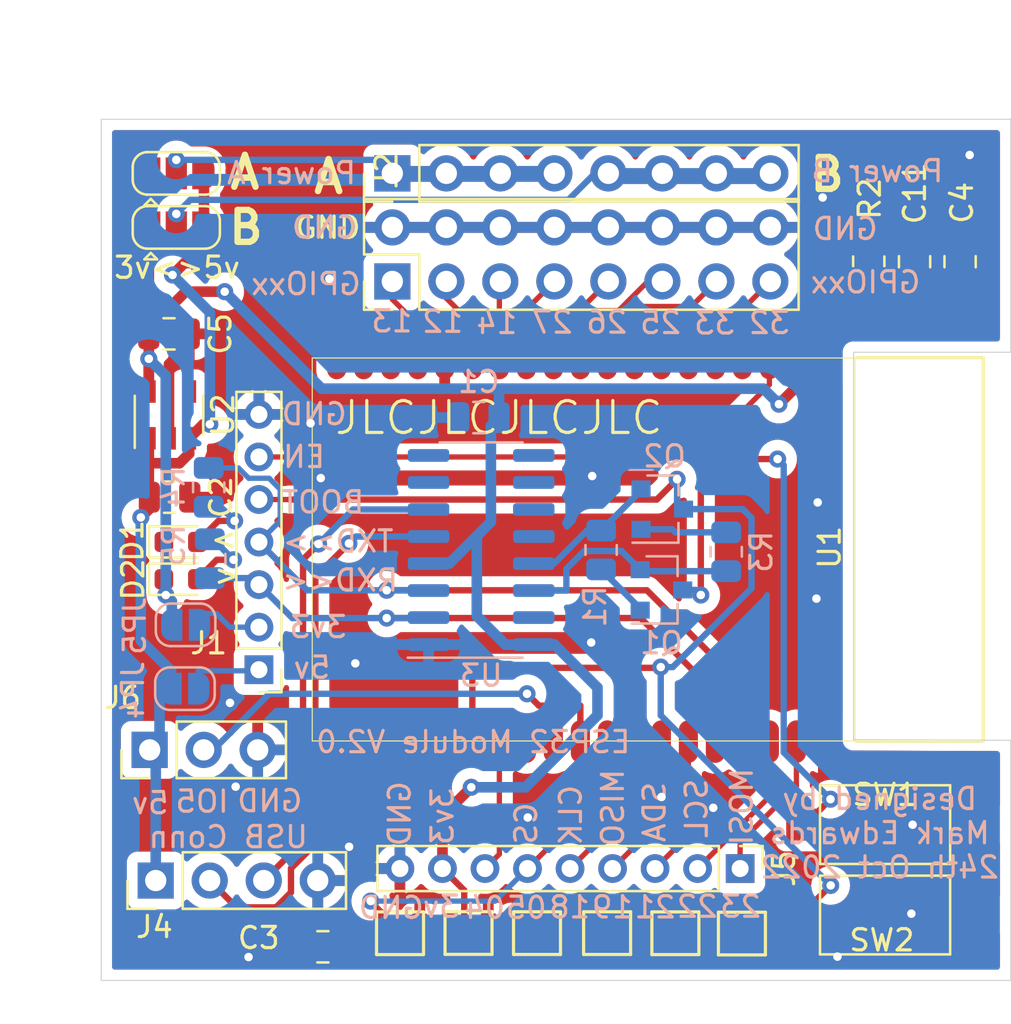
<source format=kicad_pcb>
(kicad_pcb (version 20211014) (generator pcbnew)
  (layers (0 "F.Cu" signal) (31 "B.Cu" signal) (34 "B.Paste" user) (35 "F.Paste" user) (36 "B.SilkS" user "B.Silkscreen") (37 "F.SilkS" user "F.Silkscreen") (38 "B.Mask" user) (39 "F.Mask" user) (44 "Edge.Cuts" user))
  (net 0 "")
  (net 1 "GND")
  (net 2 "Net-(U1-Pad32)")
  (net 3 "Net-(U1-Pad22)")
  (net 4 "Net-(U1-Pad21)")
  (net 5 "Net-(U1-Pad20)")
  (net 6 "Net-(U1-Pad19)")
  (net 7 "Net-(U1-Pad18)")
  (net 8 "Net-(U1-Pad17)")
  (net 9 "Net-(U1-Pad5)")
  (net 10 "Net-(U1-Pad4)")
  (net 11 "+3V3")
  (net 12 "/ESP_EN")
  (net 13 "/BOOT")
  (net 14 "/ESP_TXD")
  (net 15 "/ESP_RXD")
  (net 16 "/FT_RTS")
  (net 17 "/FT_DTR")
  (net 18 "Net-(D6-Pad2)")
  (net 19 "Net-(D7-Pad2)")
  (net 20 "VBUS")
  (net 21 "Net-(U2-Pad4)")
  (net 22 "Net-(U1-Pad6)")
  (net 23 "Net-(U1-Pad7)")
  (net 24 "Net-(U1-Pad24)")
  (net 25 "Net-(U1-Pad27)")
  (net 26 "Net-(U1-Pad28)")
  (net 27 "Net-(J3-Pad5)")
  (net 28 "Net-(J3-Pad1)")
  (net 29 "Net-(U1-Pad23)")
  (net 30 "/IO13")
  (net 31 "/IO12")
  (net 32 "/IO14")
  (net 33 "/IO27")
  (net 34 "/IO26")
  (net 35 "/IO25")
  (net 36 "/IO33")
  (net 37 "/IO32")
  (net 38 "/IO23")
  (net 39 "/IO22")
  (net 40 "/IO21")
  (net 41 "/IO19")
  (net 42 "/IO18")
  (net 43 "/IO5")
  (net 44 "/IO4")
  (net 45 "Net-(J1-Pad2)")
  (net 46 "Net-(J1-Pad1)")
  (net 47 "Net-(U3-Pad15)")
  (net 48 "Net-(U3-Pad12)")
  (net 49 "Net-(U3-Pad11)")
  (net 50 "Net-(U3-Pad10)")
  (net 51 "Net-(U3-Pad9)")
  (net 52 "Net-(U3-Pad8)")
  (net 53 "Net-(U3-Pad7)")
  (net 54 "Net-(Q1-Pad2)")
  (net 55 "Net-(Q2-Pad2)")
  (net 56 "/D-")
  (net 57 "/D+")
  (net 58 "Net-(D1-Pad2)")
  (net 59 "Net-(D2-Pad2)")
  (net 60 "Net-(D3-Pad2)")
  (net 61 "Net-(D4-Pad2)")
  (net 62 "Net-(D5-Pad2)")
  (net 63 "Net-(D8-Pad2)")
  (footprint "Capacitor_SMD:C_0805_2012Metric" (layer "F.Cu") (at 58.2168 21.9329 -90)
    (fp_text reference "C11")
    (fp_text value "10uF")
  )
  (footprint "Capacitor_SMD:C_0805_2012Metric" (layer "F.Cu") (at 23.18004 33 180)
    (fp_text reference "C2")
    (fp_text value "1uF")
  )
  (footprint "Capacitor_SMD:C_0805_2012Metric" (layer "F.Cu") (at 23.1521 25.3238 180)
    (fp_text reference "C5")
    (fp_text value "1uF")
  )
  (footprint "Package_TO_SOT_SMD:SOT-23-5" (layer "F.Cu") (at 23.1521 29.1338 90)
    (fp_text reference "U2")
    (fp_text value "AP2112K-3.3")
  )
  (footprint "esp-wrover:ESP32-WROVER-smallfeet" (layer "F.Cu") (at 54.8386 35.4584 -90)
    (fp_text reference "U1")
    (fp_text value "ESP32-WROVER" hide)
  )
  (footprint "Connector_PinHeader_2.54mm:PinHeader_2x08_P2.54mm_Vertical" (layer "F.Cu") (at 33.655 22.86 90)
    (fp_text reference "J2")
    (fp_text value "Conn_02x08_Counter_Clockwise")
  )
  (footprint "Connector_PinHeader_2.54mm:PinHeader_1x08_P2.54mm_Vertical" (layer "F.Cu") (at 33.655 17.78 90)
    (fp_text reference "J3" hide)
    (fp_text value "Conn_01x08_Male")
  )
  (footprint "Jumper:SolderJumper-3_P1.3mm_Open_RoundedPad1.0x1.5mm" (layer "F.Cu") (at 23.495 20.32)
    (fp_text reference "JP1" hide)
    (fp_text value "SolderJumper_3_Open")
  )
  (footprint "Jumper:SolderJumper-3_P1.3mm_Open_RoundedPad1.0x1.5mm" (layer "F.Cu") (at 23.495 17.78)
    (fp_text reference "JP2" hide)
    (fp_text value "SolderJumper_3_Open")
  )
  (footprint "Connector_PinHeader_2.54mm:PinHeader_1x03_P2.54mm_Vertical" (layer "F.Cu") (at 22.24278 44.87672 90)
    (fp_text reference "J6")
    (fp_text value "Conn_01x03_Male")
  )
  (footprint "Connector_PinHeader_2.00mm:PinHeader_1x07_P2.00mm_Vertical" (layer "F.Cu") (at 27.3812 41.1099 180)
    (fp_text reference "J1")
    (fp_text value "Conn_01x07")
  )
  (footprint "Capacitor_SMD:C_0805_2012Metric" (layer "F.Cu") (at 60.35802 21.9329 -90)
    (fp_text reference "C4")
    (fp_text value "1uF")
  )
  (footprint "Button_Switch_SMD:SW_SPST_CK_RS282G05A3" (layer "F.Cu") (at 56.82996 48.38954)
    (fp_text reference "SW1")
    (fp_text value "SW_Push")
  )
  (footprint "Button_Switch_SMD:SW_SPST_CK_RS282G05A3" (layer "F.Cu") (at 56.82996 52.63896)
    (fp_text reference "SW2")
    (fp_text value "SW_Push")
  )
  (footprint "Resistor_SMD:R_0805_2012Metric" (layer "F.Cu") (at 56.06288 21.91258 90)
    (fp_text reference "R2")
    (fp_text value "10k")
  )
  (footprint "LED_SMD:LED_0603_1608Metric" (layer "F.Cu") (at 23.6982 35.1028)
    (fp_text reference "D1")
    (fp_text value "LED")
  )
  (footprint "LED_SMD:LED_0603_1608Metric" (layer "F.Cu") (at 23.6983 36.8554)
    (fp_text reference "D2")
    (fp_text value "LED")
  )
  (footprint "Connector_PinHeader_2.54mm:PinHeader_1x04_P2.54mm_Vertical" (layer "F.Cu") (at 22.52726 51.01844 90)
    (fp_text reference "J4")
    (fp_text value "Conn_01x04_Male")
  )
  (footprint "Connector_PinHeader_2.00mm:PinHeader_1x09_P2.00mm_Vertical" (layer "F.Cu") (at 50.0126 50.45456 -90)
    (fp_text reference "J5")
    (fp_text value "Conn_01x09_Male")
  )
  (footprint "MyLib:WS2812_2020" (layer "F.Cu") (at 34.03092 53.48224)
    (fp_text reference "D3" hide)
    (fp_text value "WS2812B")
  )
  (footprint "MyLib:WS2812_2020" (layer "F.Cu") (at 37.25164 53.47208)
    (fp_text reference "D4" hide)
    (fp_text value "WS2812B")
  )
  (footprint "MyLib:WS2812_2020" (layer "F.Cu") (at 40.47236 53.47716)
    (fp_text reference "D5" hide)
    (fp_text value "WS2812B")
  )
  (footprint "MyLib:WS2812_2020" (layer "F.Cu") (at 43.76928 53.47716)
    (fp_text reference "D6" hide)
    (fp_text value "WS2812B")
  )
  (footprint "MyLib:WS2812_2020" (layer "F.Cu") (at 46.97984 53.48224)
    (fp_text reference "D7" hide)
    (fp_text value "WS2812B")
  )
  (footprint "MyLib:WS2812_2020" (layer "F.Cu") (at 50.10912 53.49748)
    (fp_text reference "D8" hide)
    (fp_text value "WS2812B")
  )
  (footprint "Capacitor_SMD:C_0805_2012Metric" (layer "F.Cu") (at 30.38856 54.13248)
    (fp_text reference "C3")
    (fp_text value "10uF")
  )
  (footprint "Jumper:SolderJumper-2_P1.3mm_Open_RoundedPad1.0x1.5mm" (layer "B.Cu") (at 23.9014 42)
    (fp_text reference "JP4")
    (fp_text value "SolderJumper_2_Open")
  )
  (footprint "Jumper:SolderJumper-2_P1.3mm_Open_RoundedPad1.0x1.5mm" (layer "B.Cu") (at 23.93188 39)
    (fp_text reference "JP5")
    (fp_text value "SolderJumper_2_Open")
  )
  (footprint "Package_SO:SOIC-16_3.9x9.9mm_P1.27mm" (layer "B.Cu") (at 37.8333 35.4838)
    (fp_text reference "U3")
    (fp_text value "CH340G")
  )
  (footprint "MyLib:SOT-23-1and2-swapped" (layer "B.Cu") (at 46.31182 37.35832)
    (fp_text reference "Q1")
    (fp_text value "S8050")
  )
  (footprint "MyLib:SOT-23-1and2-swapped" (layer "B.Cu") (at 46.35246 33.56102)
    (fp_text reference "Q2")
    (fp_text value "S8050")
  )
  (footprint "Resistor_SMD:R_0805_2012Metric" (layer "B.Cu") (at 43.47464 35.48126 -90)
    (fp_text reference "R1")
    (fp_text value "10k")
  )
  (footprint "Resistor_SMD:R_0805_2012Metric" (layer "B.Cu") (at 49.35728 35.56508 90)
    (fp_text reference "R3")
    (fp_text value "10k")
  )
  (footprint "Capacitor_SMD:C_0805_2012Metric" (layer "B.Cu") (at 37.72408 29.25826 180)
    (fp_text reference "C1")
    (fp_text value "10uF")
  )
  (footprint "Resistor_SMD:R_0805_2012Metric" (layer "B.Cu") (at 25.019 32.5374 -90)
    (fp_text reference "R4")
    (fp_text value "10k")
  )
  (footprint "Resistor_SMD:R_0805_2012Metric" (layer "B.Cu") (at 25.0698 35.8902 90)
    (fp_text reference "R5")
    (fp_text value "10k")
  )
  (gr_line (start 19.9644 55.7149) (end 19.9644 15.24) (layer "Edge.Cuts") (width 0.05))
  (gr_line (start 62.738 44.4246) (end 62.738 55.7149) (layer "Edge.Cuts") (width 0.05))
  (gr_line (start 62.1284 44.4246) (end 62.738 44.4246) (layer "Edge.Cuts") (width 0.05))
  (gr_line (start 62.738 15.24) (end 62.738 26.1874) (layer "Edge.Cuts") (width 0.05))
  (gr_line (start 19.9644 15.24) (end 62.738 15.24) (layer "Edge.Cuts") (width 0.05))
  (gr_line (start 55.3466 26.1874) (end 55.3466 44.3992) (layer "Edge.Cuts") (width 0.05))
  (gr_line (start 62.738 26.1874) (end 55.3466 26.1874) (layer "Edge.Cuts") (width 0.05))
  (gr_line (start 62.738 55.7149) (end 19.9644 55.7149) (layer "Edge.Cuts") (width 0.05))
  (gr_line (start 55.3466 44.3992) (end 62.1284 44.4246) (layer "Edge.Cuts") (width 0.05))
  (gr_text "23" (at 50.03292 52.24272) (layer "B.SilkS") (effects (font (size 1 1)) (justify mirror)))
  (gr_text "MOSI" (at 50.0888 47.54372 90) (layer "B.SilkS") (effects (font (size 1 1)) (justify mirror)))
  (gr_text "33" (at 48.81372 24.8285) (layer "B.SilkS") (effects (font (size 1 1)) (justify mirror)))
  (gr_text "GND" (at 34.00044 47.879 90) (layer "B.SilkS") (effects (font (size 1 1)) (justify mirror)))
  (gr_text "Power A" (at 28.91282 17.7673) (layer "B.SilkS") (effects (font (size 1 1)) (justify mirror)))
  (gr_text "GND" (at 30.46222 20.32254) (layer "B.SilkS") (effects (font (size 1 1)) (justify mirror)))
  (gr_text "TXD>>" (at 31.10484 35.0774) (layer "B.SilkS") (effects (font (size 1 1)) (justify mirror)))
  (gr_text "25" (at 46.26864 24.80818) (layer "B.SilkS") (effects (font (size 1 1)) (justify mirror)))
  (gr_text "CLK" (at 42.04716 47.93996 90) (layer "B.SilkS") (effects (font (size 1 1)) (justify mirror)))
  (gr_text "GPIOxx" (at 55.91556 22.8981) (layer "B.SilkS") (effects (font (size 1 1)) (justify mirror)))
  (gr_text "Power B" (at 56.4642 17.67332) (layer "B.SilkS") (effects (font (size 1 1)) (justify mirror)))
  (gr_text "GND" (at 33.6042 52.2986) (layer "B.SilkS") (effects (font (size 1 1)) (justify mirror)))
  (gr_text "19" (at 44.00296 52.2732) (layer "B.SilkS") (effects (font (size 1 1)) (justify mirror)))
  (gr_text "32" (at 51.38166 24.80818) (layer "B.SilkS") (effects (font (size 1 1)) (justify mirror)))
  (gr_text "GND" (at 27.89428 47.27956) (layer "B.SilkS") (effects (font (size 1 1)) (justify mirror)))
  (gr_text "GND" (at 29.98216 29.0957) (layer "B.SilkS") (effects (font (size 1 1)) (justify mirror)))
  (gr_text "BOOT" (at 30.39364 33.23844) (layer "B.SilkS") (effects (font (size 1 1)) (justify mirror)))
  (gr_text "IO5" (at 24.70658 47.30496) (layer "B.SilkS") (effects (font (size 1 1)) (justify mirror)))
  (gr_text "GPIOxx" (at 29.59608 22.97938) (layer "B.SilkS") (effects (font (size 1 1)) (justify mirror)))
  (gr_text "3v" (at 35.95624 52.24272) (layer "B.SilkS") (effects (font (size 1 1)) (justify mirror)))
  (gr_text "05" (at 39.94912 52.2986) (layer "B.SilkS") (effects (font (size 1 1)) (justify mirror)))
  (gr_text "14" (at 38.56736 24.80818) (layer "B.SilkS") (effects (font (size 1 1)) (justify mirror)))
  (gr_text "5v" (at 29.87294 41.0083) (layer "B.SilkS") (effects (font (size 1 1)) (justify mirror)))
  (gr_text "13" (at 33.63468 24.72944) (layer "B.SilkS") (effects (font (size 1 1)) (justify mirror)))
  (gr_text "27" (at 41.1734 24.78786) (layer "B.SilkS") (effects (font (size 1 1)) (justify mirror)))
  (gr_text "21" (at 46.00956 52.2732) (layer "B.SilkS") (effects (font (size 1 1)) (justify mirror)))
  (gr_text "Designed by\nMark Edwards\n24th Oct 2022" (at 56.57596 48.78832) (layer "B.SilkS") (effects (font (size 1 1)) (justify mirror)))
  (gr_text "3v3" (at 30.1625 39.10076) (layer "B.SilkS") (effects (font (size 1 1)) (justify mirror)))
  (gr_text "04" (at 37.9984 52.2986) (layer "B.SilkS") (effects (font (size 1 1)) (justify mirror)))
  (gr_text "ESP32 Module V2.0" (at 37.45992 44.50842) (layer "B.SilkS") (effects (font (size 1 1)) (justify mirror)))
  (gr_text "3v3" (at 36.01212 47.99584 90) (layer "B.SilkS") (effects (font (size 1 1)) (justify mirror)))
  (gr_text "RXD<<" (at 31.20136 36.91128) (layer "B.SilkS") (effects (font (size 1 1)) (justify mirror)))
  (gr_text "USB Conn" (at 25.93848 48.9712) (layer "B.SilkS") (effects (font (size 1 1)) (justify mirror)))
  (gr_text "SCL" (at 47.96536 47.625 90) (layer "B.SilkS") (effects (font (size 1 1)) (justify mirror)))
  (gr_text "SDA" (at 45.98416 47.79772 90) (layer "B.SilkS") (effects (font (size 1 1)) (justify mirror)))
  (gr_text "EN" (at 29.5021 31.1023) (layer "B.SilkS") (effects (font (size 1 1)) (justify mirror)))
  (gr_text "5v" (at 22.26818 47.37608) (layer "B.SilkS") (effects (font (size 1 1)) (justify mirror)))
  (gr_text "MISO" (at 44.02836 47.5996 90) (layer "B.SilkS") (effects (font (size 1 1)) (justify mirror)))
  (gr_text "18" (at 41.99128 52.2732) (layer "B.SilkS") (effects (font (size 1 1)) (justify mirror)))
  (gr_text "CS" (at 39.94912 48.3362 90) (layer "B.SilkS") (effects (font (size 1 1)) (justify mirror)))
  (gr_text "12" (at 36.02228 24.74976) (layer "B.SilkS") (effects (font (size 1 1)) (justify mirror)))
  (gr_text "26" (at 43.74134 24.78786) (layer "B.SilkS") (effects (font (size 1 1)) (justify mirror)))
  (gr_text "GND" (at 54.9529 20.38858) (layer "B.SilkS") (effects (font (size 1 1)) (justify mirror)))
  (gr_text "22" (at 47.99584 52.24272) (layer "B.SilkS") (effects (font (size 1 1)) (justify mirror)))
  (gr_text "A" (at 30.6578 17.9324) (layer "F.SilkS") (effects (font (size 1.5 1.5) (thickness 0.3))))
  (gr_text "B" (at 54.102 17.8308) (layer "F.SilkS") (effects (font (size 1.5 1.5) (thickness 0.3))))
  (gr_text "B" (at 26.7716 20.32) (layer "F.SilkS") (effects (font (size 1.5 1.5) (thickness 0.3))))
  (gr_text "3v<>5v" (at 23.53056 22.2123) (layer "F.SilkS") (effects (font (size 1 1))))
  (gr_text ">" (at 25.8953 36.6395) (layer "F.SilkS") (effects (font (size 1 1))))
  (gr_text "A" (at 26.7208 17.7292) (layer "F.SilkS") (effects (font (size 1.5 1.5) (thickness 0.3))))
  (gr_text "JLCJLCJLCJLC" (at 38.66896 29.27096) (layer "F.SilkS") (effects (font (size 1.5 1.5))))
  (gr_text "GND" (at 30.62986 20.3327) (layer "F.SilkS") (effects (font (size 1 1))))
  (gr_text "<" (at 25.7429 34.9504) (layer "F.SilkS") (effects (font (size 1 1))))
  (segment (start 24.1021 25.7962) (end 24.1021 25.3238) (width 0.5) (layer "F.Cu") (net 1))
  (segment (start 23.1521 30.2338) (end 23.1521 26.7462) (width 0.5) (layer "F.Cu") (net 1))
  (segment (start 23.1521 26.7462) (end 24.1021 25.7962) (width 0.5) (layer "F.Cu") (net 1))
  (via (at 31.623 49.43094) (size 0.8) (drill 0.4) (layers "F.Cu" "B.Cu") (net 1))
  (via (at 53.66004 33.24606) (size 0.8) (drill 0.4) (layers "F.Cu" "B.Cu") (net 1))
  (via (at 31.9151 40.81018) (size 0.8) (drill 0.4) (layers "F.Cu" "B.Cu") (net 1))
  (via (at 54.58968 54.59476) (size 0.8) (drill 0.4) (layers "F.Cu" "B.Cu") (net 1))
  (via (at 58.06694 52.57546) (size 0.8) (drill 0.4) (layers "F.Cu" "B.Cu") (net 1))
  (via (at 26.28646 46.60646) (size 0.8) (drill 0.4) (layers "F.Cu" "B.Cu") (net 1))
  (via (at 26.01976 42.66692) (size 0.8) (drill 0.4) (layers "F.Cu" "B.Cu") (net 1))
  (via (at 30.2895 32.10306) (size 0.8) (drill 0.4) (layers "F.Cu" "B.Cu") (net 1))
  (via (at 60.8076 16.9164) (size 0.8) (drill 0.4) (layers "F.Cu" "B.Cu") (net 1))
  (via (at 43.05554 32.00654) (size 0.8) (drill 0.4) (layers "F.Cu" "B.Cu") (net 1))
  (via (at 58.12536 48.39462) (size 0.8) (drill 0.4) (layers "F.Cu" "B.Cu") (net 1))
  (via (at 43.00982 39.82974) (size 0.8) (drill 0.4) (layers "F.Cu" "B.Cu") (net 1))
  (via (at 26.89352 54.61508) (size 0.8) (drill 0.4) (layers "F.Cu" "B.Cu") (net 1))
  (via (at 46.31436 47.0916) (size 0.8) (drill 0.4) (layers "F.Cu" "B.Cu") (net 1))
  (via (at 53.60162 37.76726) (size 0.8) (drill 0.4) (layers "F.Cu" "B.Cu") (net 1))
  (via (at 48.74768 47.5996) (size 0.8) (drill 0.4) (layers "F.Cu" "B.Cu") (net 1))
  (via (at 29.80944 29.52496) (size 0.8) (drill 0.4) (layers "F.Cu" "B.Cu") (net 1))
  (via (at 30.6959 22.733) (size 0.8) (drill 0.4) (layers "F.Cu" "B.Cu") (net 1))
  (via (at 53.89372 18.91538) (size 0.8) (drill 0.4) (layers "F.Cu" "B.Cu") (net 1))
  (via (at 40.02532 48.0568) (size 0.8) (drill 0.4) (layers "F.Cu" "B.Cu") (net 1))
  (segment (start 37.037241 51.479201) (end 36.0126 50.45456) (width 0.3) (layer "F.Cu") (net 11))
  (segment (start 49.19472 54.05628) (end 48.534959 54.716041) (width 0.25) (layer "F.Cu") (net 11))
  (segment (start 31.33856 54.13248) (end 33.02508 54.13248) (width 0.3) (layer "F.Cu") (net 11))
  (segment (start 22.9107 36.8553) (end 22.9108 36.8554) (width 0.3) (layer "F.Cu") (net 11))
  (segment (start 22.2021 28.0338) (end 22.2021 26.494778) (width 0.5) (layer "F.Cu") (net 11))
  (segment (start 22.195 17.78) (end 22.195 20.32) (width 0.5) (layer "F.Cu") (net 11))
  (segment (start 36.98724 54.03088) (end 37.037241 53.980879) (width 0.3) (layer "F.Cu") (net 11))
  (segment (start 38.888039 54.705881) (end 37.012241 54.705881) (width 0.25) (layer "F.Cu") (net 11))
  (segment (start 22.9107 35.1028) (end 22.9107 36.8553) (width 0.3) (layer "F.Cu") (net 11))
  (segment (start 60.35802 22.8829) (end 58.2168 22.8829) (width 0.3) (layer "F.Cu") (net 11))
  (segment (start 42.85488 54.03596) (end 42.179879 54.710961) (width 0.25) (layer "F.Cu") (net 11))
  (segment (start 43.529881 54.710961) (end 42.85488 54.03596) (width 0.25) (layer "F.Cu") (net 11))
  (segment (start 52.6586 25.1584) (end 53.5346 24.2824) (width 0.3) (layer "F.Cu") (net 11))
  (segment (start 52.6586 27.8086) (end 51.83886 28.62834) (width 0.5) (layer "F.Cu") (net 11))
  (segment (start 53.5346 24.2824) (end 56.8173 24.2824) (width 0.3) (layer "F.Cu") (net 11))
  (segment (start 40.232961 54.710961) (end 39.55796 54.03596) (width 0.25) (layer "F.Cu") (net 11))
  (segment (start 42.179879 54.710961) (end 40.232961 54.710961) (width 0.25) (layer "F.Cu") (net 11))
  (segment (start 37.037241 53.980879) (end 37.037241 51.479201) (width 0.3) (layer "F.Cu") (net 11))
  (segment (start 37.012241 54.705881) (end 36.33724 54.03088) (width 0.25) (layer "F.Cu") (net 11))
  (segment (start 23.93442 23.34006) (end 22.2021 25.07238) (width 0.5) (layer "F.Cu") (net 11))
  (segment (start 52.6586 26.4584) (end 52.6586 27.8086) (width 0.5) (layer "F.Cu") (net 11))
  (segment (start 56.55242 21.00008) (end 56.06288 21.00008) (width 0.3) (layer "F.Cu") (net 11))
  (segment (start 25.77084 23.34006) (end 23.93442 23.34006) (width 0.5) (layer "F.Cu") (net 11))
  (segment (start 22.2021 25.3238) (end 22.2021 20.3271) (width 0.5) (layer "F.Cu") (net 11))
  (segment (start 56.83254 24.26716) (end 58.2168 22.8829) (width 0.3) (layer "F.Cu") (net 11))
  (segment (start 45.395519 54.710961) (end 43.529881 54.710961) (width 0.25) (layer "F.Cu") (net 11))
  (segment (start 58.2168 22.8829) (end 56.31874 20.98484) (width 0.3) (layer "F.Cu") (net 11))
  (segment (start 52.6586 26.4584) (end 52.6586 25.1584) (width 0.3) (layer "F.Cu") (net 11))
  (segment (start 48.534959 54.716041) (end 46.740441 54.716041) (width 0.25) (layer "F.Cu") (net 11))
  (segment (start 22.2021 25.3238) (end 22.2021 28.0338) (width 0.5) (layer "F.Cu") (net 11))
  (segment (start 22.9108 37.510808) (end 23 37.600008) (width 0.3) (layer "F.Cu") (net 11))
  (segment (start 35.652079 54.716041) (end 33.791521 54.716041) (width 0.25) (layer "F.Cu") (net 11))
  (segment (start 36.0126 50.45456) (end 36.0126 47.99028) (width 0.5) (layer "F.Cu") (net 11))
  (segment (start 33.02508 54.13248) (end 33.11652 54.04104) (width 0.3) (layer "F.Cu") (net 11))
  (segment (start 33.791521 54.716041) (end 33.11652 54.04104) (width 0.25) (layer "F.Cu") (net 11))
  (segment (start 36.33724 54.03088) (end 35.652079 54.716041) (width 0.25) (layer "F.Cu") (net 11))
  (segment (start 36.0126 47.99028) (end 37.36848 46.6344) (width 0.5) (layer "F.Cu") (net 11))
  (segment (start 22.2021 20.3271) (end 22.195 20.32) (width 0.5) (layer "F.Cu") (net 11))
  (segment (start 22.2021 25.07238) (end 22.2021 25.3238) (width 0.5) (layer "F.Cu") (net 11))
  (segment (start 46.06544 54.04104) (end 45.395519 54.710961) (width 0.25) (layer "F.Cu") (net 11))
  (segment (start 56.8173 24.2824) (end 56.83254 24.26716) (width 0.3) (layer "F.Cu") (net 11))
  (segment (start 46.740441 54.716041) (end 46.06544 54.04104) (width 0.25) (layer "F.Cu") (net 11))
  (segment (start 22.9108 36.8554) (end 22.9108 37.510808) (width 0.3) (layer "F.Cu") (net 11))
  (segment (start 39.55796 54.03596) (end 38.888039 54.705881) (width 0.25) (layer "F.Cu") (net 11))
  (segment (start 36.33724 54.03088) (end 36.98724 54.03088) (width 0.3) (layer "F.Cu") (net 11))
  (via (at 23 37.600008) (size 0.8) (drill 0.4) (layers "F.Cu" "B.Cu") (net 11))
  (via (at 37.36848 46.6344) (size 0.8) (drill 0.4) (layers "F.Cu" "B.Cu") (net 11))
  (via (at 51.83886 28.62834) (size 0.8) (drill 0.4) (layers "F.Cu" "B.Cu") (net 11))
  (via (at 22.2021 26.494778) (size 0.8) (drill 0.4) (layers "F.Cu" "B.Cu") (net 11))
  (via (at 25.77084 23.34006) (size 0.8) (drill 0.4) (layers "F.Cu" "B.Cu") (net 11))
  (segment (start 41.2833 39.9288) (end 40.3083 39.9288) (width 0.5) (layer "B.Cu") (net 11))
  (segment (start 36.3333 36.1188) (end 35.3583 36.1188) (width 0.5) (layer "B.Cu") (net 11))
  (segment (start 43.303561 41.949061) (end 41.2833 39.9288) (width 0.5) (layer "B.Cu") (net 11))
  (segment (start 43.303561 43.251361) (end 43.303561 41.949061) (width 0.5) (layer "B.Cu") (net 11))
  (segment (start 38.2905 29.64184) (end 38.2905 34.1616) (width 0.5) (layer "B.Cu") (net 11))
  (segment (start 40.3083 39.9288) (end 38.97376 39.9288) (width 0.5) (layer "B.Cu") (net 11))
  (segment (start 30.33268 27.9019) (end 25.77084 23.34006) (width 0.5) (layer "B.Cu") (net 11))
  (segment (start 38.67408 28.04918) (end 38.82136 27.9019) (width 0.5) (layer "B.Cu") (net 11))
  (segment (start 23 27.292678) (end 22.602099 26.894777) (width 0.5) (layer "B.Cu") (net 11))
  (segment (start 51.11242 27.9019) (end 38.82136 27.9019) (width 0.5) (layer "B.Cu") (net 11))
  (segment (start 23.28188 38.4683) (end 23.28188 37.881888) (width 0.5) (layer "B.Cu") (net 11))
  (segment (start 38.82136 27.9019) (end 30.33268 27.9019) (width 0.5) (layer "B.Cu") (net 11))
  (segment (start 23.28188 37.881888) (end 23 37.600008) (width 0.5) (layer "B.Cu") (net 11))
  (segment (start 39.920522 46.6344) (end 43.303561 43.251361) (width 0.5) (layer "B.Cu") (net 11))
  (segment (start 38.67408 29.25826) (end 38.67408 28.04918) (width 0.5) (layer "B.Cu") (net 11))
  (segment (start 37.36848 46.6344) (end 39.920522 46.6344) (width 0.5) (layer "B.Cu") (net 11))
  (segment (start 37.6294 38.58444) (end 37.6294 34.8227) (width 0.5) (layer "B.Cu") (net 11))
  (segment (start 38.2905 34.1616) (end 37.6294 34.8227) (width 0.5) (layer "B.Cu") (net 11))
  (segment (start 51.83886 28.62834) (end 51.11242 27.9019) (width 0.5) (layer "B.Cu") (net 11))
  (segment (start 38.97376 39.9288) (end 37.6294 38.58444) (width 0.5) (layer "B.Cu") (net 11))
  (segment (start 37.6294 34.8227) (end 36.3333 36.1188) (width 0.5) (layer "B.Cu") (net 11))
  (segment (start 38.67408 29.25826) (end 38.2905 29.64184) (width 0.5) (layer "B.Cu") (net 11))
  (segment (start 23 37.600008) (end 23 27.292678) (width 0.5) (layer "B.Cu") (net 11))
  (segment (start 22.602099 26.894777) (end 22.2021 26.494778) (width 0.5) (layer "B.Cu") (net 11))
  (segment (start 53.72192 22.82508) (end 51.3886 25.1584) (width 0.3) (layer "F.Cu") (net 12))
  (segment (start 27.3812 31.1099) (end 47.9871 31.1099) (width 0.25) (layer "F.Cu") (net 12))
  (segment (start 51.3886 27.7084) (end 51.3886 26.4584) (width 0.25) (layer "F.Cu") (net 12))
  (segment (start 51.77536 31.20644) (end 48.22698 31.20644) (width 0.3) (layer "F.Cu") (net 12))
  (segment (start 48.22698 31.20644) (end 48.05877 31.03823) (width 0.3) (layer "F.Cu") (net 12))
  (segment (start 48.16348 31.14294) (end 48.05877 31.03823) (width 0.3) (layer "F.Cu") (net 12))
  (segment (start 52.92996 48.38954) (end 53.06822 48.38954) (width 0.3) (layer "F.Cu") (net 12))
  (segment (start 53.06822 48.38954) (end 54.26202 47.19574) (width 0.3) (layer "F.Cu") (net 12))
  (segment (start 48.05877 31.03823) (end 51.3886 27.7084) (width 0.25) (layer "F.Cu") (net 12))
  (segment (start 56.06288 22.82508) (end 53.72192 22.82508) (width 0.3) (layer "F.Cu") (net 12))
  (segment (start 47.9871 31.1099) (end 48.05877 31.03823) (width 0.25) (layer "F.Cu") (net 12))
  (segment (start 48.16348 37.59708) (end 48.16348 31.14294) (width 0.3) (layer "F.Cu") (net 12))
  (segment (start 51.3886 25.1584) (end 51.3886 26.4584) (width 0.3) (layer "F.Cu") (net 12))
  (via (at 48.16348 37.59708) (size 0.8) (drill 0.4) (layers "F.Cu" "B.Cu") (net 12))
  (via (at 54.26202 47.19574) (size 0.8) (drill 0.4) (layers "F.Cu" "B.Cu") (net 12))
  (via (at 51.77536 31.20644) (size 0.8) (drill 0.4) (layers "F.Cu" "B.Cu") (net 12))
  (segment (start 47.31182 37.35832) (end 47.92472 37.35832) (width 0.3) (layer "B.Cu") (net 12))
  (segment (start 52.06238 44.9961) (end 52.06238 31.49346) (width 0.3) (layer "B.Cu") (net 12))
  (segment (start 47.92472 37.35832) (end 48.16348 37.59708) (width 0.3) (layer "B.Cu") (net 12))
  (segment (start 54.26202 47.19574) (end 52.06238 44.9961) (width 0.3) (layer "B.Cu") (net 12))
  (segment (start 52.06238 31.49346) (end 51.77536 31.20644) (width 0.3) (layer "B.Cu") (net 12))
  (segment (start 52.92996 52.63896) (end 52.92996 52.58926) (width 0.3) (layer "F.Cu") (net 13))
  (segment (start 46.24392 41.02032) (end 46.2788 40.98544) (width 0.3) (layer "F.Cu") (net 13))
  (segment (start 37.4186 44.4884) (end 37.4186 41.02032) (width 0.3) (layer "F.Cu") (net 13))
  (segment (start 52.92996 52.58926) (end 54.27218 51.24704) (width 0.3) (layer "F.Cu") (net 13))
  (segment (start 27.3812 33.1099) (end 28.82492 33.1099) (width 0.25) (layer "F.Cu") (net 13))
  (segment (start 46.09492 33.1099) (end 47.04842 32.1564) (width 0.3) (layer "F.Cu") (net 13))
  (segment (start 37.4186 41.02032) (end 37.39134 40.99306) (width 0.3) (layer "F.Cu") (net 13))
  (segment (start 28.82492 33.1099) (end 46.09492 33.1099) (width 0.3) (layer "F.Cu") (net 13))
  (segment (start 37.4186 41.02032) (end 46.24392 41.02032) (width 0.3) (layer "F.Cu") (net 13))
  (via (at 54.27218 51.24704) (size 0.8) (drill 0.4) (layers "F.Cu" "B.Cu") (net 13))
  (via (at 46.2788 40.98544) (size 0.8) (drill 0.4) (layers "F.Cu" "B.Cu") (net 13))
  (via (at 47.04842 32.1564) (size 0.8) (drill 0.4) (layers "F.Cu" "B.Cu") (net 13))
  (segment (start 50.13452 33.56102) (end 50.54854 33.97504) (width 0.3) (layer "B.Cu") (net 13))
  (segment (start 46.844485 40.98544) (end 46.2788 40.98544) (width 0.3) (layer "B.Cu") (net 13))
  (segment (start 46.2788 43.25366) (end 46.2788 40.98544) (width 0.3) (layer "B.Cu") (net 13))
  (segment (start 54.27218 51.24704) (end 46.2788 43.25366) (width 0.3) (layer "B.Cu") (net 13))
  (segment (start 50.54854 33.97504) (end 50.54854 37.281385) (width 0.3) (layer "B.Cu") (net 13))
  (segment (start 47.04842 32.1564) (end 47.04842 33.25698) (width 0.3) (layer "B.Cu") (net 13))
  (segment (start 47.35246 33.56102) (end 50.13452 33.56102) (width 0.3) (layer "B.Cu") (net 13))
  (segment (start 47.04842 33.25698) (end 47.35246 33.56102) (width 0.3) (layer "B.Cu") (net 13))
  (segment (start 50.54854 37.281385) (end 46.844485 40.98544) (width 0.3) (layer "B.Cu") (net 13))
  (segment (start 45.62856 37.3761) (end 33.39084 37.3761) (width 0.3) (layer "F.Cu") (net 14))
  (segment (start 50.06594 44.43574) (end 50.1186 44.4884) (width 0.25) (layer "F.Cu") (net 14))
  (segment (start 50.06594 41.81348) (end 45.62856 37.3761) (width 0.3) (layer "F.Cu") (net 14))
  (segment (start 50.06594 41.81348) (end 50.06594 44.43574) (width 0.25) (layer "F.Cu") (net 14))
  (via (at 33.39084 37.3761) (size 0.8) (drill 0.4) (layers "F.Cu" "B.Cu") (net 14))
  (segment (start 27.861202 32.1099) (end 28.381201 32.629899) (width 0.25) (layer "B.Cu") (net 14))
  (segment (start 29.6474 37.3761) (end 27.3812 35.1099) (width 0.3) (layer "B.Cu") (net 14))
  (segment (start 33.39084 37.3761) (end 29.6474 37.3761) (width 0.3) (layer "B.Cu") (net 14))
  (segment (start 28.381201 32.629899) (end 28.381201 34.109899) (width 0.25) (layer "B.Cu") (net 14))
  (segment (start 35.3456 37.3761) (end 35.3583 37.3888) (width 0.3) (layer "B.Cu") (net 14))
  (segment (start 26.416198 31.6249) (end 26.901198 32.1099) (width 0.25) (layer "B.Cu") (net 14))
  (segment (start 26.901198 32.1099) (end 27.861202 32.1099) (width 0.25) (layer "B.Cu") (net 14))
  (segment (start 33.39084 37.3761) (end 35.3456 37.3761) (width 0.3) (layer "B.Cu") (net 14))
  (segment (start 28.381201 34.109899) (end 27.3812 35.1099) (width 0.25) (layer "B.Cu") (net 14))
  (segment (start 25.019 31.6249) (end 26.416198 31.6249) (width 0.25) (layer "B.Cu") (net 14))
  (segment (start 45.33646 38.68166) (end 33.39084 38.68166) (width 0.3) (layer "F.Cu") (net 15))
  (segment (start 48.80864 42.15384) (end 45.33646 38.68166) (width 0.3) (layer "F.Cu") (net 15))
  (segment (start 48.80864 42.15384) (end 48.80864 44.44844) (width 0.25) (layer "F.Cu") (net 15))
  (segment (start 48.80864 44.44844) (end 48.8486 44.4884) (width 0.25) (layer "F.Cu") (net 15))
  (via (at 33.39084 38.68166) (size 0.8) (drill 0.4) (layers "F.Cu" "B.Cu") (net 15))
  (segment (start 25.377 37.1099) (end 25.0698 36.8027) (width 0.3) (layer "B.Cu") (net 15))
  (segment (start 28.95296 38.68166) (end 27.3812 37.1099) (width 0.3) (layer "B.Cu") (net 15))
  (segment (start 35.33544 38.68166) (end 35.3583 38.6588) (width 0.3) (layer "B.Cu") (net 15))
  (segment (start 27.074 36.8027) (end 27.3812 37.1099) (width 0.3) (layer "B.Cu") (net 15))
  (segment (start 33.39084 38.68166) (end 35.33544 38.68166) (width 0.3) (layer "B.Cu") (net 15))
  (segment (start 33.39084 38.68166) (end 28.95296 38.68166) (width 0.3) (layer "B.Cu") (net 15))
  (segment (start 25.0698 36.8027) (end 27.074 36.8027) (width 0.3) (layer "B.Cu") (net 15))
  (segment (start 45.38108 36.47758) (end 45.31182 36.40832) (width 0.3) (layer "B.Cu") (net 16))
  (segment (start 49.35728 36.47758) (end 45.38108 36.47758) (width 0.3) (layer "B.Cu") (net 16))
  (segment (start 40.3083 37.3888) (end 41.84142 37.3888) (width 0.3) (layer "B.Cu") (net 16))
  (segment (start 42.676124 35.53125) (end 44.43475 35.53125) (width 0.3) (layer "B.Cu") (net 16))
  (segment (start 44.43475 35.53125) (end 45.31182 36.40832) (width 0.3) (layer "B.Cu") (net 16))
  (segment (start 41.84142 36.365954) (end 42.676124 35.53125) (width 0.3) (layer "B.Cu") (net 16))
  (segment (start 41.84142 37.3888) (end 41.84142 36.365954) (width 0.3) (layer "B.Cu") (net 16))
  (segment (start 45.35246 32.69094) (end 43.47464 34.56876) (width 0.3) (layer "B.Cu") (net 17))
  (segment (start 42.81234 34.56876) (end 43.47464 34.56876) (width 0.3) (layer "B.Cu") (net 17))
  (segment (start 43.53238 34.51102) (end 43.47464 34.56876) (width 0.3) (layer "B.Cu") (net 17))
  (segment (start 41.2623 36.1188) (end 42.81234 34.56876) (width 0.3) (layer "B.Cu") (net 17))
  (segment (start 40.3083 36.1188) (end 41.2623 36.1188) (width 0.3) (layer "B.Cu") (net 17))
  (segment (start 45.35246 32.61102) (end 45.35246 32.69094) (width 0.3) (layer "B.Cu") (net 17))
  (segment (start 44.68368 54.03596) (end 44.851082 54.03596) (width 0.25) (layer "F.Cu") (net 18))
  (segment (start 44.851082 54.03596) (end 45.963602 52.92344) (width 0.25) (layer "F.Cu") (net 18))
  (segment (start 45.963602 52.92344) (end 46.06544 52.92344) (width 0.25) (layer "F.Cu") (net 18))
  (segment (start 49.027318 52.93868) (end 49.19472 52.93868) (width 0.25) (layer "F.Cu") (net 19))
  (segment (start 47.89424 54.04104) (end 48.49424 54.04104) (width 0.25) (layer "F.Cu") (net 19))
  (segment (start 48.49424 54.04104) (end 48.519719 54.015561) (width 0.25) (layer "F.Cu") (net 19))
  (segment (start 48.519719 54.015561) (end 48.519719 53.446279) (width 0.25) (layer "F.Cu") (net 19))
  (segment (start 48.519719 53.446279) (end 49.027318 52.93868) (width 0.25) (layer "F.Cu") (net 19))
  (segment (start 24.795 21.7886) (end 24.5872 21.9964) (width 0.5) (layer "F.Cu") (net 20))
  (segment (start 22.2021 33.576298) (end 21.826218 33.95218) (width 0.5) (layer "F.Cu") (net 20))
  (segment (start 24.1021 30.948802) (end 23.646302 31.4046) (width 0.5) (layer "F.Cu") (net 20))
  (segment (start 23.876 21.9964) (end 23.3172 22.5552) (width 0.5) (layer "F.Cu") (net 20))
  (segment (start 23.646302 31.4046) (end 22.2021 31.4046) (width 0.5) (layer "F.Cu") (net 20))
  (segment (start 22.2021 32.9438) (end 22.2021 33.576298) (width 0.5) (layer "F.Cu") (net 20))
  (segment (start 22.2021 31.4046) (end 22.2021 30.2338) (width 0.5) (layer "F.Cu") (net 20))
  (segment (start 25.07234 29.57322) (end 24.76268 29.57322) (width 0.5) (layer "F.Cu") (net 20))
  (segment (start 24.5872 21.9964) (end 23.876 21.9964) (width 0.5) (layer "F.Cu") (net 20))
  (segment (start 24.795 17.78) (end 24.795 20.32) (width 0.5) (layer "F.Cu") (net 20))
  (segment (start 24.76268 29.57322) (end 24.1021 30.2338) (width 0.5) (layer "F.Cu") (net 20))
  (segment (start 24.1021 30.2338) (end 24.1021 30.948802) (width 0.5) (layer "F.Cu") (net 20))
  (segment (start 22.2021 32.9438) (end 22.2021 31.4046) (width 0.5) (layer "F.Cu") (net 20))
  (segment (start 24.795 20.32) (end 24.795 21.7886) (width 0.5) (layer "F.Cu") (net 20))
  (via (at 25.07234 29.57322) (size 0.8) (drill 0.4) (layers "F.Cu" "B.Cu") (net 20))
  (via (at 23.3172 22.5552) (size 0.8) (drill 0.4) (layers "F.Cu" "B.Cu") (net 20))
  (via (at 21.826218 33.95218) (size 0.8) (drill 0.4) (layers "F.Cu" "B.Cu") (net 20))
  (segment (start 22.52726 51.01844) (end 22.52726 45.1612) (width 0.5) (layer "B.Cu") (net 20))
  (segment (start 23.3172 22.5552) (end 25.07234 24.31034) (width 0.5) (layer "B.Cu") (net 20))
  (segment (start 22.52726 45.1612) (end 22.24278 44.87672) (width 0.5) (layer "B.Cu") (net 20))
  (segment (start 23.0031 42) (end 22.7076 41.7045) (width 0.3) (layer "B.Cu") (net 20))
  (segment (start 22.7076 44.86148) (end 22.63394 44.93514) (width 0.5) (layer "B.Cu") (net 20))
  (segment (start 23.2514 42) (end 23.0031 42) (width 0.3) (layer "B.Cu") (net 20))
  (segment (start 25.07234 24.31034) (end 25.07234 29.57322) (width 0.5) (layer "B.Cu") (net 20))
  (segment (start 23.2514 41.1607) (end 21.826218 39.735518) (width 0.5) (layer "B.Cu") (net 20))
  (segment (start 23.2514 41.1607) (end 22.7076 41.7045) (width 0.5) (layer "B.Cu") (net 20))
  (segment (start 22.7076 41.7045) (end 22.7076 44.86148) (width 0.5) (layer "B.Cu") (net 20))
  (segment (start 21.826218 39.735518) (end 21.826218 33.95218) (width 0.5) (layer "B.Cu") (net 20))
  (segment (start 23.495 20.32) (end 23.495 19.685) (width 0.3) (layer "F.Cu") (net 27))
  (via (at 23.495 19.685) (size 0.8) (drill 0.4) (layers "F.Cu" "B.Cu") (net 27))
  (segment (start 41.9354 19.0246) (end 43.815 17.145) (width 0.3) (layer "B.Cu") (net 27))
  (segment (start 43.815 17.78) (end 43.942 17.907) (width 0.75) (layer "B.Cu") (net 27))
  (segment (start 23.495 19.685) (end 24.1554 19.0246) (width 0.3) (layer "B.Cu") (net 27))
  (segment (start 24.1554 19.0246) (end 41.9354 19.0246) (width 0.3) (layer "B.Cu") (net 27))
  (segment (start 51.308 17.907) (end 51.435 17.78) (width 0.75) (layer "B.Cu") (net 27))
  (segment (start 43.942 17.907) (end 51.308 17.907) (width 0.75) (layer "B.Cu") (net 27))
  (segment (start 23.495 17.78) (end 23.495 17.145) (width 0.3) (layer "F.Cu") (net 28))
  (via (at 23.495 17.145) (size 0.8) (drill 0.4) (layers "F.Cu" "B.Cu") (net 28))
  (segment (start 41.275 17.78) (end 41.2496 17.8054) (width 0.75) (layer "B.Cu") (net 28))
  (segment (start 41.2496 17.8054) (end 33.6804 17.8054) (width 0.75) (layer "B.Cu") (net 28))
  (segment (start 33.02 17.145) (end 33.655 17.78) (width 0.3) (layer "B.Cu") (net 28))
  (segment (start 23.495 17.145) (end 33.02 17.145) (width 0.3) (layer "B.Cu") (net 28))
  (segment (start 33.6804 17.8054) (end 33.655 17.78) (width 0.75) (layer "B.Cu") (net 28))
  (segment (start 34.8486 24.8918) (end 33.655 23.6982) (width 0.25) (layer "F.Cu") (net 30))
  (segment (start 34.8486 26.4584) (end 34.8486 24.8918) (width 0.25) (layer "F.Cu") (net 30))
  (segment (start 33.655 23.6982) (end 33.655 22.86) (width 0.25) (layer "F.Cu") (net 30))
  (segment (start 36.195 23.6474) (end 36.195 22.86) (width 0.25) (layer "F.Cu") (net 31))
  (segment (start 37.4186 24.871) (end 36.195 23.6474) (width 0.25) (layer "F.Cu") (net 31))
  (segment (start 37.4186 26.4584) (end 37.4186 24.871) (width 0.25) (layer "F.Cu") (net 31))
  (segment (start 38.6886 22.9064) (end 38.735 22.86) (width 0.25) (layer "F.Cu") (net 32))
  (segment (start 38.6886 26.4584) (end 38.6886 22.9064) (width 0.25) (layer "F.Cu") (net 32))
  (segment (start 39.9586 24.1764) (end 41.275 22.86) (width 0.25) (layer "F.Cu") (net 33))
  (segment (start 39.9586 26.4584) (end 39.9586 24.1764) (width 0.25) (layer "F.Cu") (net 33))
  (segment (start 41.4528 26.3652) (end 41.4528 25.2222) (width 0.25) (layer "F.Cu") (net 34))
  (segment (start 41.4528 25.2222) (end 43.815 22.86) (width 0.25) (layer "F.Cu") (net 34))
  (segment (start 41.3596 26.4584) (end 41.4528 26.3652) (width 0.25) (layer "F.Cu") (net 34))
  (segment (start 41.2286 26.4584) (end 41.3596 26.4584) (width 0.25) (layer "F.Cu") (net 34))
  (segment (start 42.4986 26.4584) (end 42.4986 24.81281) (width 0.25) (layer "F.Cu") (net 35))
  (segment (start 44.2976 24.2316) (end 45.6692 22.86) (width 0.25) (layer "F.Cu") (net 35))
  (segment (start 45.6692 22.86) (end 46.355 22.86) (width 0.25) (layer "F.Cu") (net 35))
  (segment (start 42.4986 24.81281) (end 43.07981 24.2316) (width 0.25) (layer "F.Cu") (net 35))
  (segment (start 43.07981 24.2316) (end 44.2976 24.2316) (width 0.25) (layer "F.Cu") (net 35))
  (segment (start 43.7686 26.4584) (end 43.7686 25.4718) (width 0.25) (layer "F.Cu") (net 36))
  (segment (start 45.205399 24.035001) (end 47.719999 24.035001) (width 0.25) (layer "F.Cu") (net 36))
  (segment (start 47.719999 24.035001) (end 48.895 22.86) (width 0.25) (layer "F.Cu") (net 36))
  (segment (start 43.7686 25.4718) (end 45.205399 24.035001) (width 0.25) (layer "F.Cu") (net 36))
  (segment (start 45.761989 24.485011) (end 49.809989 24.485011) (width 0.25) (layer "F.Cu") (net 37))
  (segment (start 45.0386 25.2084) (end 45.761989 24.485011) (width 0.25) (layer "F.Cu") (net 37))
  (segment (start 49.809989 24.485011) (end 51.435 22.86) (width 0.25) (layer "F.Cu") (net 37))
  (segment (start 45.0386 26.4584) (end 45.0386 25.2084) (width 0.25) (layer "F.Cu") (net 37))
  (segment (start 52.6586 44.4884) (end 52.6586 46.575898) (width 0.25) (layer "F.Cu") (net 38))
  (segment (start 52.6586 46.575898) (end 50.0126 49.221898) (width 0.25) (layer "F.Cu") (net 38))
  (segment (start 50.0126 49.221898) (end 50.0126 50.45456) (width 0.25) (layer "F.Cu") (net 38))
  (segment (start 51.4096 44.5094) (end 51.3886 44.4884) (width 0.25) (layer "F.Cu") (net 39))
  (segment (start 51.3886 47.07856) (end 48.0126 50.45456) (width 0.25) (layer "F.Cu") (net 39))
  (segment (start 51.3886 44.4884) (end 51.3886 47.07856) (width 0.25) (layer "F.Cu") (net 39))
  (segment (start 47.5786 48.88856) (end 46.0126 50.45456) (width 0.25) (layer "F.Cu") (net 40))
  (segment (start 47.5786 44.4884) (end 47.5786 48.88856) (width 0.25) (layer "F.Cu") (net 40))
  (segment (start 45.0386 44.4884) (end 45.0386 49.42856) (width 0.25) (layer "F.Cu") (net 41))
  (segment (start 45.0386 49.42856) (end 44.0126 50.45456) (width 0.25) (layer "F.Cu") (net 41))
  (segment (start 43.7686 48.69856) (end 42.0126 50.45456) (width 0.25) (layer "F.Cu") (net 42))
  (segment (start 43.7686 44.4884) (end 43.7686 48.69856) (width 0.25) (layer "F.Cu") (net 42))
  (segment (start 40.54788 42.79832) (end 39.98976 42.2402) (width 0.3) (layer "F.Cu") (net 43))
  (segment (start 42.4986 44.4884) (end 42.4986 47.96856) (width 0.25) (layer "F.Cu") (net 43))
  (segment (start 33.11652 52.46116) (end 32.639 51.98364) (width 0.25) (layer "F.Cu") (net 43))
  (segment (start 42.4986 44.4884) (end 42.4986 42.79832) (width 0.3) (layer "F.Cu") (net 43))
  (segment (start 42.4986 47.96856) (end 40.0126 50.45456) (width 0.25) (layer "F.Cu") (net 43))
  (segment (start 33.11652 52.92344) (end 33.11652 52.46116) (width 0.25) (layer "F.Cu") (net 43))
  (segment (start 42.4986 42.79832) (end 40.54788 42.79832) (width 0.3) (layer "F.Cu") (net 43))
  (via (at 39.98976 42.2402) (size 0.8) (drill 0.4) (layers "F.Cu" "B.Cu") (net 43))
  (via (at 32.639 51.98364) (size 0.8) (drill 0.4) (layers "F.Cu" "B.Cu") (net 43))
  (segment (start 38.48352 51.98364) (end 40.0126 50.45456) (width 0.25) (layer "B.Cu") (net 43))
  (segment (start 27.86888 42.2402) (end 39.98976 42.2402) (width 0.3) (layer "B.Cu") (net 43))
  (segment (start 32.639 51.98364) (end 38.48352 51.98364) (width 0.25) (layer "B.Cu") (net 43))
  (segment (start 25.17394 44.93514) (end 27.86888 42.2402) (width 0.3) (layer "B.Cu") (net 43))
  (segment (start 38.6886 44.4884) (end 38.6886 49.77856) (width 0.25) (layer "F.Cu") (net 44))
  (segment (start 38.608 44.4078) (end 38.6886 44.4884) (width 0.25) (layer "F.Cu") (net 44))
  (segment (start 38.6886 49.77856) (end 38.0126 50.45456) (width 0.25) (layer "F.Cu") (net 44))
  (segment (start 26.0162 39.1099) (end 27.3812 39.1099) (width 0.25) (layer "B.Cu") (net 45))
  (segment (start 25.3746 38.4683) (end 26.0162 39.1099) (width 0.25) (layer "B.Cu") (net 45))
  (segment (start 24.58188 38.4683) (end 25.3746 38.4683) (width 0.25) (layer "B.Cu") (net 45))
  (segment (start 24.5514 42) (end 24.5514 41.1607) (width 0.3) (layer "B.Cu") (net 46))
  (segment (start 24.5514 41.1607) (end 27.3304 41.1607) (width 0.25) (layer "B.Cu") (net 46))
  (segment (start 27.3304 41.1607) (end 27.3812 41.1099) (width 0.25) (layer "B.Cu") (net 46))
  (segment (start 45.31182 38.23094) (end 43.47464 36.39376) (width 0.3) (layer "B.Cu") (net 54))
  (segment (start 45.31182 38.30832) (end 45.31182 38.23094) (width 0.3) (layer "B.Cu") (net 54))
  (segment (start 45.35246 34.51102) (end 46.822458 34.51102) (width 0.3) (layer "B.Cu") (net 55))
  (segment (start 46.822458 34.51102) (end 46.964018 34.65258) (width 0.3) (layer "B.Cu") (net 55))
  (segment (start 46.964018 34.65258) (end 49.35728 34.65258) (width 0.3) (layer "B.Cu") (net 55))
  (segment (start 29.45638 35.92576) (end 29.45638 49.16932) (width 0.3) (layer "F.Cu") (net 56))
  (segment (start 29.45638 49.16932) (end 27.60726 51.01844) (width 0.3) (layer "F.Cu") (net 56))
  (segment (start 30.18282 35.19932) (end 29.45638 35.92576) (width 0.3) (layer "F.Cu") (net 56))
  (via (at 30.18282 35.19932) (size 0.8) (drill 0.4) (layers "F.Cu" "B.Cu") (net 56))
  (segment (start 35.3583 33.5788) (end 31.80334 33.5788) (width 0.3) (layer "B.Cu") (net 56))
  (segment (start 31.80334 33.5788) (end 30.18282 35.19932) (width 0.3) (layer "B.Cu") (net 56))
  (segment (start 28.88742 50.4454) (end 30.0355 49.29732) (width 0.3) (layer "F.Cu") (net 57))
  (segment (start 30.0355 49.29732) (end 30.0355 36.7538) (width 0.3) (layer "F.Cu") (net 57))
  (segment (start 26.3271 52.27828) (end 28.18384 52.27828) (width 0.3) (layer "F.Cu") (net 57))
  (segment (start 25.06726 51.01844) (end 26.3271 52.27828) (width 0.3) (layer "F.Cu") (net 57))
  (segment (start 28.18384 52.27828) (end 28.88742 51.5747) (width 0.3) (layer "F.Cu") (net 57))
  (segment (start 28.88742 51.5747) (end 28.88742 50.4454) (width 0.3) (layer "F.Cu") (net 57))
  (segment (start 30.0355 36.7538) (end 31.61538 35.17392) (width 0.3) (layer "F.Cu") (net 57))
  (via (at 31.61538 35.17392) (size 0.8) (drill 0.4) (layers "F.Cu" "B.Cu") (net 57))
  (segment (start 35.3583 34.8488) (end 31.9405 34.8488) (width 0.3) (layer "B.Cu") (net 57))
  (segment (start 31.9405 34.8488) (end 31.61538 35.17392) (width 0.3) (layer "B.Cu") (net 57))
  (segment (start 26.2382 34.1122) (end 25.4763 34.1122) (width 0.3) (layer "F.Cu") (net 58))
  (segment (start 25.4763 34.1122) (end 24.4857 35.1028) (width 0.3) (layer "F.Cu") (net 58))
  (via (at 26.2382 34.1122) (size 0.8) (drill 0.4) (layers "F.Cu" "B.Cu") (net 58))
  (segment (start 25.5759 33.4499) (end 26.2382 34.1122) (width 0.3) (layer "B.Cu") (net 58))
  (segment (start 25.019 33.4499) (end 25.5759 33.4499) (width 0.3) (layer "B.Cu") (net 58))
  (segment (start 25.4002 35.941) (end 24.4858 36.8554) (width 0.3) (layer "F.Cu") (net 59))
  (segment (start 26.1874 35.941) (end 25.4002 35.941) (width 0.3) (layer "F.Cu") (net 59))
  (via (at 26.1874 35.941) (size 0.8) (drill 0.4) (layers "F.Cu" "B.Cu") (net 59))
  (segment (start 25.2241 34.9777) (end 26.1874 35.941) (width 0.3) (layer "B.Cu") (net 59))
  (segment (start 25.0698 34.9777) (end 25.2241 34.9777) (width 0.3) (layer "B.Cu") (net 59))
  (segment (start 34.94532 54.04104) (end 35.042078 54.04104) (width 0.25) (layer "F.Cu") (net 60))
  (segment (start 35.042078 54.04104) (end 36.169838 52.91328) (width 0.25) (layer "F.Cu") (net 60))
  (segment (start 36.169838 52.91328) (end 36.33724 52.91328) (width 0.25) (layer "F.Cu") (net 60))
  (segment (start 39.445962 52.91836) (end 39.55796 52.91836) (width 0.25) (layer "F.Cu") (net 61))
  (segment (start 38.16604 54.03088) (end 38.333442 54.03088) (width 0.25) (layer "F.Cu") (net 61))
  (segment (start 38.333442 54.03088) (end 39.445962 52.91836) (width 0.25) (layer "F.Cu") (net 61))
  (segment (start 41.569878 54.03596) (end 42.687478 52.91836) (width 0.25) (layer "F.Cu") (net 62))
  (segment (start 42.687478 52.91836) (end 42.85488 52.91836) (width 0.25) (layer "F.Cu") (net 62))
  (segment (start 41.38676 54.03596) (end 41.569878 54.03596) (width 0.25) (layer "F.Cu") (net 62))
  (zone (net 1) (net_name "GND") (layer "F.Cu") (connect_pads (clearance 0.508)) (min_thickness 0.254) (fill yes (thermal_gap 0.508) (thermal_bridge_width 0.508))
    (polygon (pts (xy 62.738 26.1874) (xy 55.3466 26.1874) (xy 55.3466 44.3992) (xy 62.738 44.4246) (xy 62.7126 55.6768) (xy 19.939 55.6514) (xy 19.9136 15.24) (xy 62.6364 15.24)))
  )
  (zone (net 1) (net_name "GND") (layer "B.Cu") (connect_pads (clearance 0.508)) (min_thickness 0.254) (fill yes (thermal_gap 0.508) (thermal_bridge_width 0.508))
    (polygon (pts (xy 62.739276 26.198665) (xy 55.347876 26.198665) (xy 55.347876 44.410465) (xy 62.739276 44.435865) (xy 62.7634 55.6768) (xy 19.9898 55.6514) (xy 19.9136 15.24) (xy 62.6364 15.24)))
  )
)
</source>
